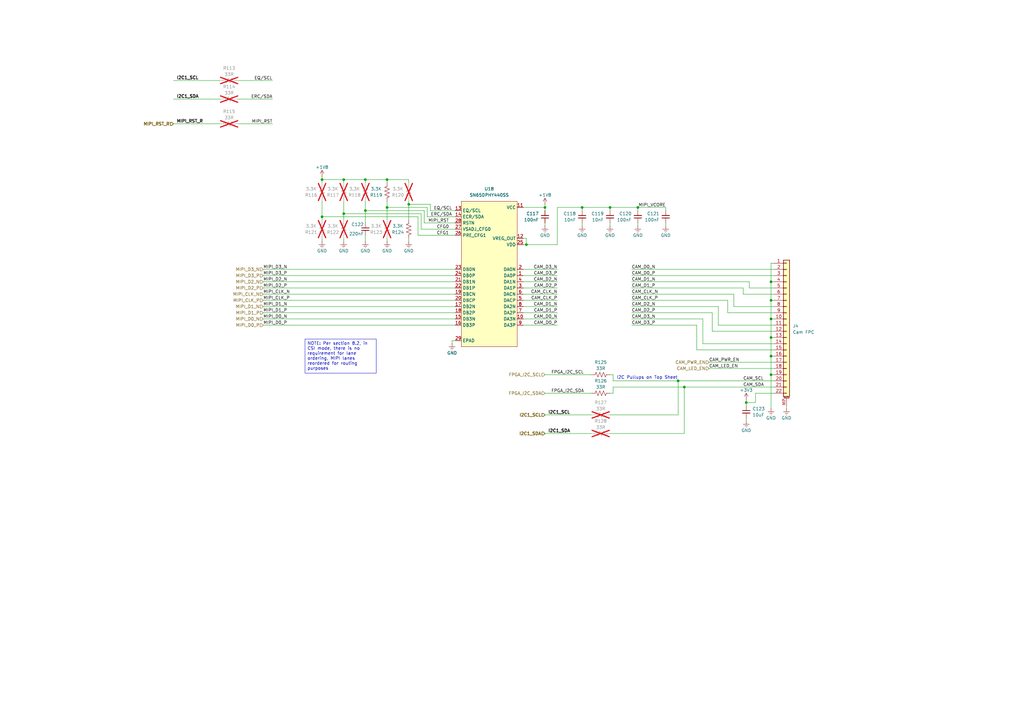
<source format=kicad_sch>
(kicad_sch (version 20231120) (generator "eeschema") (generator_version "8.0")
  (paper "A3")
  (title_block (title "Camera FPC Connector") (date "2024-10-14") (rev "2.0") (company "Drexel University") (comment 1 "Designed by John Hofmeyr"))
  (lib_symbols
    (symbol "Connector_Generic_MountingPin:Conn_01x22_MountingPin" (pin_names (offset 1.016) hide)
      (property "Reference" "J" (at 0 27.94 0))
      (property "Value" "Conn_01x22_MountingPin" (at 1.27 -30.48 0))
      (symbol "Conn_01x22_MountingPin_1_1"
        (rectangle (start -1.27 -27.813) (end 0 -28.067) (stroke (width 0.1524)))
        (rectangle (start -1.27 -25.273) (end 0 -25.527) (stroke (width 0.1524)))
        (rectangle (start -1.27 -22.733) (end 0 -22.987) (stroke (width 0.1524)))
        (rectangle (start -1.27 -20.193) (end 0 -20.447) (stroke (width 0.1524)))
        (rectangle (start -1.27 -17.653) (end 0 -17.907) (stroke (width 0.1524)))
        (rectangle (start -1.27 -15.113) (end 0 -15.367) (stroke (width 0.1524)))
        (rectangle (start -1.27 -12.573) (end 0 -12.827) (stroke (width 0.1524)))
        (rectangle (start -1.27 -10.033) (end 0 -10.287) (stroke (width 0.1524)))
        (rectangle (start -1.27 -7.493) (end 0 -7.747) (stroke (width 0.1524)))
        (rectangle (start -1.27 -4.953) (end 0 -5.207) (stroke (width 0.1524)))
        (rectangle (start -1.27 -2.413) (end 0 -2.667) (stroke (width 0.1524)))
        (rectangle (start -1.27 0.127) (end 0 -0.127) (stroke (width 0.1524)))
        (rectangle (start -1.27 2.667) (end 0 2.413) (stroke (width 0.1524)))
        (rectangle (start -1.27 5.207) (end 0 4.953) (stroke (width 0.1524)))
        (rectangle (start -1.27 7.747) (end 0 7.493) (stroke (width 0.1524)))
        (rectangle (start -1.27 10.287) (end 0 10.033) (stroke (width 0.1524)))
        (rectangle (start -1.27 12.827) (end 0 12.573) (stroke (width 0.1524)))
        (rectangle (start -1.27 15.367) (end 0 15.113) (stroke (width 0.1524)))
        (rectangle (start -1.27 17.907) (end 0 17.653) (stroke (width 0.1524)))
        (rectangle (start -1.27 20.447) (end 0 20.193) (stroke (width 0.1524)))
        (rectangle (start -1.27 22.987) (end 0 22.733) (stroke (width 0.1524)))
        (rectangle (start -1.27 25.527) (end 0 25.273) (stroke (width 0.1524)))
        (rectangle (start -1.27 26.67) (end 1.27 -29.21) (stroke (width 0.254)) (fill (type background)))
        (polyline (pts (xy -1.016 -29.972) (xy 1.016 -29.972)) (stroke (width 0.1524)))
        (text "Mounting" (at 0 -29.591 0) (effects (font (size 0.381 0.381))))
        (pin passive line (at -5.08 25.4 0) (length 3.81) (name "Pin_1") (number "1"))
        (pin passive line (at -5.08 2.54 0) (length 3.81) (name "Pin_10") (number "10"))
        (pin passive line (at -5.08 0 0) (length 3.81) (name "Pin_11") (number "11"))
        (pin passive line (at -5.08 -2.54 0) (length 3.81) (name "Pin_12") (number "12"))
        (pin passive line (at -5.08 -5.08 0) (length 3.81) (name "Pin_13") (number "13"))
        (pin passive line (at -5.08 -7.62 0) (length 3.81) (name "Pin_14") (number "14"))
        (pin passive line (at -5.08 -10.16 0) (length 3.81) (name "Pin_15") (number "15"))
        (pin passive line (at -5.08 -12.7 0) (length 3.81) (name "Pin_16") (number "16"))
        (pin passive line (at -5.08 -15.24 0) (length 3.81) (name "Pin_17") (number "17"))
        (pin passive line (at -5.08 -17.78 0) (length 3.81) (name "Pin_18") (number "18"))
        (pin passive line (at -5.08 -20.32 0) (length 3.81) (name "Pin_19") (number "19"))
        (pin passive line (at -5.08 22.86 0) (length 3.81) (name "Pin_2") (number "2"))
        (pin passive line (at -5.08 -22.86 0) (length 3.81) (name "Pin_20") (number "20"))
        (pin passive line (at -5.08 -25.4 0) (length 3.81) (name "Pin_21") (number "21"))
        (pin passive line (at -5.08 -27.94 0) (length 3.81) (name "Pin_22") (number "22"))
        (pin passive line (at -5.08 20.32 0) (length 3.81) (name "Pin_3") (number "3"))
        (pin passive line (at -5.08 17.78 0) (length 3.81) (name "Pin_4") (number "4"))
        (pin passive line (at -5.08 15.24 0) (length 3.81) (name "Pin_5") (number "5"))
        (pin passive line (at -5.08 12.7 0) (length 3.81) (name "Pin_6") (number "6"))
        (pin passive line (at -5.08 10.16 0) (length 3.81) (name "Pin_7") (number "7"))
        (pin passive line (at -5.08 7.62 0) (length 3.81) (name "Pin_8") (number "8"))
        (pin passive line (at -5.08 5.08 0) (length 3.81) (name "Pin_9") (number "9"))
        (pin passive line (at 0 -33.02 90) (length 3.048) (name "MountPin") (number "MP"))
      )
    )
    (symbol "Device:C_Small" (pin_numbers hide) (pin_names (offset 0.254) hide)
      (property "Reference" "C" (at 0.254 1.778 0))
      (property "Value" "C_Small" (at 0.254 -2.032 0))
      (symbol "C_Small_0_1"
        (polyline (pts (xy -1.524 -0.508) (xy 1.524 -0.508)) (stroke (width 0.3302)))
        (polyline (pts (xy -1.524 0.508) (xy 1.524 0.508)) (stroke (width 0.3048)))
      )
      (symbol "C_Small_1_1"
        (pin passive line (at 0 2.54 270) (length 2.032) (name "~") (number "1"))
        (pin passive line (at 0 -2.54 90) (length 2.032) (name "~") (number "2"))
      )
    )
    (symbol "Device:R_US" (pin_numbers hide) (pin_names (offset 0))
      (property "Reference" "R" (at 2.54 0 90))
      (property "Value" "R_US" (at -2.54 0 90))
      (symbol "R_US_0_1"
        (polyline (pts (xy 0 -2.286) (xy 0 -2.54)))
        (polyline (pts (xy 0 2.286) (xy 0 2.54)))
        (polyline (pts (xy 0 -0.762) (xy 1.016 -1.143) (xy 0 -1.524) (xy -1.016 -1.905) (xy 0 -2.286)))
        (polyline (pts (xy 0 0.762) (xy 1.016 0.381) (xy 0 0) (xy -1.016 -0.381) (xy 0 -0.762)))
        (polyline (pts (xy 0 2.286) (xy 1.016 1.905) (xy 0 1.524) (xy -1.016 1.143) (xy 0 0.762)))
      )
      (symbol "R_US_1_1"
        (pin passive line (at 0 3.81 270) (length 1.27) (name "~") (number "1"))
        (pin passive line (at 0 -3.81 90) (length 1.27) (name "~") (number "2"))
      )
    )
    (symbol "IO_Module:SN65DPHY440SS"
      (property "Reference" "U" (at 11.43 31.75 0))
      (property "Value" "SN65DPHY440SS" (at 11.43 29.21 0))
      (symbol "SN65DPHY440SS_1_1"
        (rectangle (start 0 27.94) (end 22.86 -31.75) (fill (type background)))
        (pin passive line (at -2.54 -2.54 0) (length 2.54) (name "DA0P") (number "1"))
        (pin passive line (at -2.54 -20.32 0) (length 2.54) (name "DA3N") (number "10"))
        (pin passive line (at -2.54 25.4 0) (length 2.54) (name "VCC") (number "11"))
        (pin passive line (at -2.54 12.7 0) (length 2.54) (name "VREG_OUT") (number "12"))
        (pin passive line (at 25.4 24.13 180) (length 2.54) (name "EQ/SCL") (number "13"))
        (pin passive line (at 25.4 21.59 180) (length 2.54) (name "ECR/SDA") (number "14"))
        (pin passive line (at 25.4 -20.32 180) (length 2.54) (name "DB3N") (number "15"))
        (pin passive line (at 25.4 -22.86 180) (length 2.54) (name "DB3P") (number "16"))
        (pin passive line (at 25.4 -15.24 180) (length 2.54) (name "DB2N") (number "17"))
        (pin passive line (at 25.4 -17.78 180) (length 2.54) (name "DB2P") (number "18"))
        (pin passive line (at 25.4 -10.16 180) (length 2.54) (name "DBCN") (number "19"))
        (pin passive line (at -2.54 0 0) (length 2.54) (name "DA0N") (number "2"))
        (pin passive line (at 25.4 -12.7 180) (length 2.54) (name "DBCP") (number "20"))
        (pin passive line (at 25.4 -5.08 180) (length 2.54) (name "DB1N") (number "21"))
        (pin passive line (at 25.4 -7.62 180) (length 2.54) (name "DB1P") (number "22"))
        (pin passive line (at 25.4 0 180) (length 2.54) (name "DB0N") (number "23"))
        (pin passive line (at 25.4 -2.54 180) (length 2.54) (name "DB0P") (number "24"))
        (pin passive line (at -2.54 10.16 0) (length 2.54) (name "VDD") (number "25"))
        (pin passive line (at 25.4 13.97 180) (length 2.54) (name "PRE_CFG1") (number "26"))
        (pin passive line (at 25.4 16.51 180) (length 2.54) (name "VSADJ_CFG0") (number "27"))
        (pin passive line (at 25.4 19.05 180) (length 2.54) (name "RSTN") (number "28"))
        (pin passive line (at 25.4 -29.21 180) (length 2.54) (name "EPAD") (number "29"))
        (pin passive line (at -2.54 -7.62 0) (length 2.54) (name "DA1P") (number "3"))
        (pin passive line (at -2.54 -5.08 0) (length 2.54) (name "DA1N") (number "4"))
        (pin passive line (at -2.54 -12.7 0) (length 2.54) (name "DACP") (number "5"))
        (pin passive line (at -2.54 -10.16 0) (length 2.54) (name "DACN") (number "6"))
        (pin passive line (at -2.54 -17.78 0) (length 2.54) (name "DA2P") (number "7"))
        (pin passive line (at -2.54 -15.24 0) (length 2.54) (name "DA2N") (number "8"))
        (pin passive line (at -2.54 -22.86 0) (length 2.54) (name "DA3P") (number "9"))
      )
    )
    (symbol "power:+1V8" (power) (pin_numbers hide) (pin_names (offset 0) hide)
      (property "Value" "+1V8" (at 0 3.556 0))
      (symbol "+1V8_0_1"
        (polyline (pts (xy -0.762 1.27) (xy 0 2.54)))
        (polyline (pts (xy 0 0) (xy 0 2.54)))
        (polyline (pts (xy 0 2.54) (xy 0.762 1.27)))
      )
      (symbol "+1V8_1_1"
        (pin power_in line (at 0 0 90) (length 0) (name "~") (number "1"))
      )
    )
    (symbol "power:+3V3" (power) (pin_numbers hide) (pin_names (offset 0) hide)
      (property "Value" "+3V3" (at 0 3.556 0))
      (symbol "+3V3_0_1"
        (polyline (pts (xy -0.762 1.27) (xy 0 2.54)))
        (polyline (pts (xy 0 0) (xy 0 2.54)))
        (polyline (pts (xy 0 2.54) (xy 0.762 1.27)))
      )
      (symbol "+3V3_1_1"
        (pin power_in line (at 0 0 90) (length 0) (name "~") (number "1"))
      )
    )
    (symbol "power:GND" (power) (pin_numbers hide) (pin_names (offset 0) hide)
      (property "Value" "GND" (at 0 -3.81 0))
      (symbol "GND_0_1"
        (polyline (pts (xy -0.635 -1.905) (xy 0.635 -1.905)))
        (polyline (pts (xy -0.127 -2.54) (xy 0.127 -2.54)))
        (polyline (pts (xy 0 -1.27) (xy 0 0)))
        (polyline (pts (xy 1.27 -1.27) (xy -1.27 -1.27)))
      )
      (symbol "GND_1_1"
        (pin power_in line (at 0 0 270) (length 0) (name "~") (number "1"))
      )
    )
  )
  (junction (at 238.76 85.09))
  (junction (at 223.52 85.09))
  (junction (at 316.23 130.81))
  (junction (at 132.08 88.9))
  (junction (at 140.97 87.63))
  (junction (at 316.23 138.43))
  (junction (at 140.97 73.66))
  (junction (at 316.23 153.67))
  (junction (at 316.23 146.05))
  (junction (at 316.23 123.19))
  (junction (at 149.86 86.36))
  (junction (at 158.75 85.09))
  (junction (at 250.19 85.09))
  (junction (at 132.08 73.66))
  (junction (at 167.64 83.82))
  (junction (at 261.62 85.09))
  (junction (at 158.75 73.66))
  (junction (at 306.07 165.1))
  (junction (at 280.67 158.75))
  (junction (at 215.9 100.33))
  (junction (at 316.23 115.57))
  (junction (at 149.86 73.66))
  (junction (at 278.13 156.21))
  (wire (pts (xy 107.95 115.57) (xy 186.69 115.57)))
  (wire (pts (xy 223.52 170.18) (xy 242.57 170.18)))
  (wire (pts (xy 158.75 73.66) (xy 158.75 74.93)))
  (wire (pts (xy 149.86 73.66) (xy 149.86 74.93)))
  (wire (pts (xy 316.23 123.19) (xy 317.5 123.19)))
  (wire (pts (xy 259.08 125.73) (xy 294.64 125.73)))
  (wire (pts (xy 317.5 140.97) (xy 288.29 140.97)))
  (wire (pts (xy 223.52 177.8) (xy 242.57 177.8)))
  (wire (pts (xy 290.83 148.59) (xy 317.5 148.59)))
  (wire (pts (xy 261.62 85.09) (xy 261.62 86.36)))
  (wire (pts (xy 316.23 107.95) (xy 316.23 115.57)))
  (wire (pts (xy 175.26 88.9) (xy 175.26 85.09)))
  (wire (pts (xy 140.97 73.66) (xy 140.97 74.93)))
  (wire (pts (xy 214.63 118.11) (xy 228.6 118.11)))
  (wire (pts (xy 149.86 86.36) (xy 149.86 91.44)))
  (wire (pts (xy 273.05 85.09) (xy 273.05 86.36)))
  (wire (pts (xy 259.08 120.65) (xy 300.99 120.65)))
  (wire (pts (xy 316.23 130.81) (xy 316.23 138.43)))
  (wire (pts (xy 309.88 161.29) (xy 317.5 161.29)))
  (wire (pts (xy 167.64 73.66) (xy 167.64 74.93)))
  (wire (pts (xy 292.1 128.27) (xy 292.1 135.89)))
  (wire (pts (xy 307.34 118.11) (xy 317.5 118.11)))
  (wire (pts (xy 107.95 123.19) (xy 186.69 123.19)))
  (wire (pts (xy 285.75 133.35) (xy 285.75 143.51)))
  (wire (pts (xy 261.62 85.09) (xy 250.19 85.09)))
  (wire (pts (xy 259.08 123.19) (xy 298.45 123.19)))
  (wire (pts (xy 280.67 158.75) (xy 317.5 158.75)))
  (wire (pts (xy 214.63 128.27) (xy 228.6 128.27)))
  (wire (pts (xy 149.86 96.52) (xy 149.86 99.06)))
  (wire (pts (xy 175.26 85.09) (xy 158.75 85.09)))
  (wire (pts (xy 167.64 73.66) (xy 158.75 73.66)))
  (wire (pts (xy 132.08 73.66) (xy 132.08 74.93)))
  (wire (pts (xy 285.75 143.51) (xy 317.5 143.51)))
  (wire (pts (xy 251.46 156.21) (xy 278.13 156.21)))
  (wire (pts (xy 280.67 177.8) (xy 280.67 158.75)))
  (wire (pts (xy 215.9 100.33) (xy 214.63 100.33)))
  (wire (pts (xy 223.52 83.82) (xy 223.52 85.09)))
  (wire (pts (xy 107.95 133.35) (xy 186.69 133.35)))
  (wire (pts (xy 316.23 146.05) (xy 316.23 153.67)))
  (wire (pts (xy 317.5 107.95) (xy 316.23 107.95)))
  (wire (pts (xy 259.08 130.81) (xy 288.29 130.81)))
  (wire (pts (xy 214.63 110.49) (xy 228.6 110.49)))
  (wire (pts (xy 250.19 153.67) (xy 251.46 153.67)))
  (wire (pts (xy 176.53 86.36) (xy 186.69 86.36)))
  (wire (pts (xy 259.08 133.35) (xy 285.75 133.35)))
  (wire (pts (xy 316.23 123.19) (xy 316.23 130.81)))
  (wire (pts (xy 97.79 50.8) (xy 111.76 50.8)))
  (wire (pts (xy 214.63 130.81) (xy 228.6 130.81)))
  (wire (pts (xy 251.46 153.67) (xy 251.46 156.21)))
  (wire (pts (xy 97.79 33.02) (xy 111.76 33.02)))
  (wire (pts (xy 251.46 161.29) (xy 251.46 158.75)))
  (wire (pts (xy 186.69 91.44) (xy 173.99 91.44)))
  (wire (pts (xy 278.13 156.21) (xy 317.5 156.21)))
  (wire (pts (xy 107.95 120.65) (xy 186.69 120.65)))
  (wire (pts (xy 158.75 82.55) (xy 158.75 85.09)))
  (wire (pts (xy 250.19 85.09) (xy 250.19 86.36)))
  (wire (pts (xy 273.05 91.44) (xy 273.05 92.71)))
  (wire (pts (xy 316.23 130.81) (xy 317.5 130.81)))
  (wire (pts (xy 322.58 166.37) (xy 322.58 167.64)))
  (wire (pts (xy 259.08 110.49) (xy 317.5 110.49)))
  (wire (pts (xy 238.76 85.09) (xy 238.76 86.36)))
  (wire (pts (xy 298.45 123.19) (xy 298.45 128.27)))
  (wire (pts (xy 250.19 177.8) (xy 280.67 177.8)))
  (wire (pts (xy 214.63 113.03) (xy 228.6 113.03)))
  (wire (pts (xy 176.53 86.36) (xy 176.53 83.82)))
  (wire (pts (xy 238.76 91.44) (xy 238.76 92.71)))
  (wire (pts (xy 316.23 153.67) (xy 317.5 153.67)))
  (wire (pts (xy 172.72 87.63) (xy 140.97 87.63)))
  (wire (pts (xy 97.79 40.64) (xy 111.76 40.64)))
  (wire (pts (xy 259.08 128.27) (xy 292.1 128.27)))
  (wire (pts (xy 140.97 73.66) (xy 132.08 73.66)))
  (wire (pts (xy 228.6 100.33) (xy 215.9 100.33)))
  (wire (pts (xy 228.6 85.09) (xy 228.6 100.33)))
  (wire (pts (xy 140.97 87.63) (xy 140.97 90.17)))
  (wire (pts (xy 278.13 170.18) (xy 278.13 156.21)))
  (wire (pts (xy 167.64 82.55) (xy 167.64 83.82)))
  (wire (pts (xy 158.75 97.79) (xy 158.75 99.06)))
  (wire (pts (xy 214.63 97.79) (xy 215.9 97.79)))
  (wire (pts (xy 71.12 33.02) (xy 90.17 33.02)))
  (wire (pts (xy 107.95 110.49) (xy 186.69 110.49)))
  (wire (pts (xy 300.99 125.73) (xy 317.5 125.73)))
  (wire (pts (xy 288.29 140.97) (xy 288.29 130.81)))
  (wire (pts (xy 251.46 158.75) (xy 280.67 158.75)))
  (wire (pts (xy 306.07 171.45) (xy 306.07 172.72)))
  (wire (pts (xy 186.69 96.52) (xy 171.45 96.52)))
  (wire (pts (xy 214.63 85.09) (xy 223.52 85.09)))
  (wire (pts (xy 171.45 96.52) (xy 171.45 88.9)))
  (wire (pts (xy 107.95 125.73) (xy 186.69 125.73)))
  (wire (pts (xy 316.23 138.43) (xy 316.23 146.05)))
  (wire (pts (xy 215.9 97.79) (xy 215.9 100.33)))
  (wire (pts (xy 294.64 133.35) (xy 317.5 133.35)))
  (wire (pts (xy 149.86 73.66) (xy 140.97 73.66)))
  (wire (pts (xy 316.23 115.57) (xy 317.5 115.57)))
  (wire (pts (xy 171.45 88.9) (xy 132.08 88.9)))
  (wire (pts (xy 214.63 123.19) (xy 228.6 123.19)))
  (wire (pts (xy 307.34 115.57) (xy 307.34 118.11)))
  (wire (pts (xy 316.23 153.67) (xy 316.23 167.64)))
  (wire (pts (xy 306.07 163.83) (xy 306.07 165.1)))
  (wire (pts (xy 273.05 85.09) (xy 261.62 85.09)))
  (wire (pts (xy 132.08 72.39) (xy 132.08 73.66)))
  (wire (pts (xy 300.99 120.65) (xy 300.99 125.73)))
  (wire (pts (xy 223.52 153.67) (xy 242.57 153.67)))
  (wire (pts (xy 304.8 118.11) (xy 304.8 120.65)))
  (wire (pts (xy 292.1 135.89) (xy 317.5 135.89)))
  (wire (pts (xy 175.26 88.9) (xy 186.69 88.9)))
  (wire (pts (xy 132.08 97.79) (xy 132.08 99.06)))
  (wire (pts (xy 186.69 139.7) (xy 185.42 139.7)))
  (wire (pts (xy 316.23 146.05) (xy 317.5 146.05)))
  (wire (pts (xy 309.88 161.29) (xy 309.88 165.1)))
  (wire (pts (xy 107.95 113.03) (xy 186.69 113.03)))
  (wire (pts (xy 71.12 40.64) (xy 90.17 40.64)))
  (wire (pts (xy 185.42 139.7) (xy 185.42 140.97)))
  (wire (pts (xy 132.08 88.9) (xy 132.08 90.17)))
  (wire (pts (xy 173.99 86.36) (xy 149.86 86.36)))
  (wire (pts (xy 294.64 125.73) (xy 294.64 133.35)))
  (wire (pts (xy 250.19 85.09) (xy 238.76 85.09)))
  (wire (pts (xy 261.62 91.44) (xy 261.62 92.71)))
  (wire (pts (xy 107.95 118.11) (xy 186.69 118.11)))
  (wire (pts (xy 306.07 165.1) (xy 306.07 166.37)))
  (wire (pts (xy 140.97 82.55) (xy 140.97 87.63)))
  (wire (pts (xy 259.08 115.57) (xy 307.34 115.57)))
  (wire (pts (xy 176.53 83.82) (xy 167.64 83.82)))
  (wire (pts (xy 290.83 151.13) (xy 317.5 151.13)))
  (wire (pts (xy 309.88 165.1) (xy 306.07 165.1)))
  (wire (pts (xy 316.23 138.43) (xy 317.5 138.43)))
  (wire (pts (xy 298.45 128.27) (xy 317.5 128.27)))
  (wire (pts (xy 214.63 125.73) (xy 228.6 125.73)))
  (wire (pts (xy 223.52 85.09) (xy 223.52 86.36)))
  (wire (pts (xy 158.75 73.66) (xy 149.86 73.66)))
  (wire (pts (xy 223.52 91.44) (xy 223.52 92.71)))
  (wire (pts (xy 173.99 91.44) (xy 173.99 86.36)))
  (wire (pts (xy 250.19 170.18) (xy 278.13 170.18)))
  (wire (pts (xy 250.19 161.29) (xy 251.46 161.29)))
  (wire (pts (xy 250.19 91.44) (xy 250.19 92.71)))
  (wire (pts (xy 107.95 128.27) (xy 186.69 128.27)))
  (wire (pts (xy 158.75 85.09) (xy 158.75 90.17)))
  (wire (pts (xy 172.72 93.98) (xy 172.72 87.63)))
  (wire (pts (xy 316.23 115.57) (xy 316.23 123.19)))
  (wire (pts (xy 149.86 82.55) (xy 149.86 86.36)))
  (wire (pts (xy 107.95 130.81) (xy 186.69 130.81)))
  (wire (pts (xy 132.08 82.55) (xy 132.08 88.9)))
  (wire (pts (xy 186.69 93.98) (xy 172.72 93.98)))
  (wire (pts (xy 259.08 113.03) (xy 317.5 113.03)))
  (wire (pts (xy 214.63 120.65) (xy 228.6 120.65)))
  (wire (pts (xy 214.63 115.57) (xy 228.6 115.57)))
  (wire (pts (xy 71.12 50.8) (xy 90.17 50.8)))
  (wire (pts (xy 167.64 83.82) (xy 167.64 90.17)))
  (wire (pts (xy 238.76 85.09) (xy 228.6 85.09)))
  (wire (pts (xy 223.52 161.29) (xy 242.57 161.29)))
  (wire (pts (xy 140.97 97.79) (xy 140.97 99.06)))
  (wire (pts (xy 214.63 133.35) (xy 228.6 133.35)))
  (wire (pts (xy 304.8 120.65) (xy 317.5 120.65)))
  (wire (pts (xy 167.64 97.79) (xy 167.64 99.06)))
  (wire (pts (xy 259.08 118.11) (xy 304.8 118.11)))
  (text_box "NOTE: Per section 8.2, in CSI mode, there is no requirement for lane ordering, MIPI lanes reordered for routing purposes" (at 125.095 139.065 0) (size 29.21 13.97) (effects (font (size 1.27 1.27)) (justify left top)))
  (text "I2C Pullups on Top Sheet" (at 265.43 154.94 0) (effects (font (size 1.27 1.27))))
  (label "CAM_D0_N" (at 259.08 110.49 0))
  (label "CFG1" (at 184.15 96.52 180))
  (label "CAM_SDA" (at 304.8 158.75 0))
  (label "CAM_D2_N" (at 228.6 115.57 180))
  (label "FPGA_I2C_SCL" (at 226.06 153.67 0))
  (label "MIPI_D3_P" (at 107.95 113.03 0))
  (label "I2C1_SDA" (at 224.79 177.8 0) (effects (font (bold yes))))
  (label "MIPI_VCORE" (at 273.05 85.09 180))
  (label "CAM_CLK_P" (at 259.08 123.19 0))
  (label "MIPI_RST_R" (at 72.39 50.8 0) (effects (font (bold yes))))
  (label "MIPI_RST" (at 184.15 91.44 180))
  (label "CAM_D1_P" (at 228.6 128.27 180))
  (label "MIPI_D0_N" (at 107.95 130.81 0))
  (label "CAM_CLK_N" (at 259.08 120.65 0))
  (label "ERC{slash}SDA" (at 111.76 40.64 180))
  (label "CAM_D3_P" (at 228.6 113.03 180))
  (label "I2C1_SCL" (at 224.79 170.18 0) (effects (font (bold yes))))
  (label "CAM_D1_P" (at 259.08 118.11 0))
  (label "EQ{slash}SCL" (at 111.76 33.02 180))
  (label "CAM_CLK_N" (at 228.6 120.65 180))
  (label "CAM_D3_P" (at 259.08 133.35 0))
  (label "CAM_CLK_P" (at 228.6 123.19 180))
  (label "CAM_SCL" (at 304.8 156.21 0))
  (label "MIPI_D2_P" (at 107.95 118.11 0))
  (label "MIPI_RST" (at 111.76 50.8 180))
  (label "CAM_PWR_EN" (at 290.83 148.59 0))
  (label "CAM_D0_P" (at 228.6 133.35 180))
  (label "CAM_D3_N" (at 259.08 130.81 0))
  (label "CAM_D0_N" (at 228.6 130.81 180))
  (label "CAM_D1_N" (at 228.6 125.73 180))
  (label "CFG0" (at 184.15 93.98 180))
  (label "CAM_D1_N" (at 259.08 115.57 0))
  (label "MIPI_D1_P" (at 107.95 128.27 0))
  (label "MIPI_CLK_N" (at 107.95 120.65 0))
  (label "MIPI_D3_N" (at 107.95 110.49 0))
  (label "MIPI_CLK_P" (at 107.95 123.19 0))
  (label "CAM_LED_EN" (at 290.83 151.13 0))
  (label "CAM_D2_N" (at 259.08 125.73 0))
  (label "MIPI_D0_P" (at 107.95 133.35 0))
  (label "CAM_D2_P" (at 259.08 128.27 0))
  (label "CAM_D3_N" (at 228.6 110.49 180))
  (label "I2C1_SCL" (at 72.39 33.02 0) (effects (font (bold yes))))
  (label "MIPI_D2_N" (at 107.95 115.57 0))
  (label "FPGA_I2C_SDA" (at 226.06 161.29 0))
  (label "I2C1_SDA" (at 72.39 40.64 0) (effects (font (bold yes))))
  (label "CAM_D2_P" (at 228.6 118.11 180))
  (label "MIPI_D1_N" (at 107.95 125.73 0))
  (label "ERC{slash}SDA" (at 185.42 88.9 180))
  (label "EQ{slash}SCL" (at 185.42 86.36 180))
  (label "CAM_D0_P" (at 259.08 113.03 0))
  (hierarchical_label "MIPI_D1_P" (shape input) (at 107.95 128.27 180))
  (hierarchical_label "MIPI_D1_N" (shape input) (at 107.95 125.73 180))
  (hierarchical_label "MIPI_D0_P" (shape input) (at 107.95 133.35 180))
  (hierarchical_label "CAM_LED_EN" (shape input) (at 290.83 151.13 180))
  (hierarchical_label "I2C1_SDA" (shape input) (at 223.52 177.8 180) (effects (font (bold yes))))
  (hierarchical_label "MIPI_D2_N" (shape input) (at 107.95 115.57 180))
  (hierarchical_label "MIPI_RST_R" (shape input) (at 71.12 50.8 180) (effects (font (bold yes))))
  (hierarchical_label "I2C1_SCL" (shape input) (at 223.52 170.18 180) (effects (font (bold yes))))
  (hierarchical_label "MIPI_D3_P" (shape input) (at 107.95 113.03 180))
  (hierarchical_label "MIPI_CLK_P" (shape input) (at 107.95 123.19 180))
  (hierarchical_label "MIPI_D0_N" (shape input) (at 107.95 130.81 180))
  (hierarchical_label "FPGA_I2C_SDA" (shape input) (at 223.52 161.29 180))
  (hierarchical_label "CAM_PWR_EN" (shape input) (at 290.83 148.59 180))
  (hierarchical_label "MIPI_CLK_N" (shape input) (at 107.95 120.65 180))
  (hierarchical_label "MIPI_D2_P" (shape input) (at 107.95 118.11 180))
  (hierarchical_label "FPGA_I2C_SCL" (shape input) (at 223.52 153.67 180))
  (hierarchical_label "MIPI_D3_N" (shape input) (at 107.95 110.49 180))
  (symbol (lib_id "Device:R_US") (at 158.75 93.98 0) (mirror x) (unit 1) (dnp yes)
    (property "Reference" "R123" (at 154.305 95.25 0))
    (property "Value" "3.3K" (at 154.305 92.71 0))
    (property "Footprint" "Resistor_SMD:R_0201_0603Metric" (effects (hide yes)))
    (property "Description" "Resistor, US symbol" (effects (hide yes)))
  )
  (symbol (lib_id "Device:R_US") (at 149.86 78.74 0) (mirror x) (unit 1) (dnp yes)
    (property "Reference" "R118" (at 145.415 80.01 0))
    (property "Value" "3.3K" (at 145.415 77.47 0))
    (property "Footprint" "Resistor_SMD:R_0201_0603Metric" (effects (hide yes)))
    (property "Description" "Resistor, US symbol" (effects (hide yes)))
  )
  (symbol (lib_id "power:+3V3") (at 306.07 163.83 0) (unit 1)
    (property "Reference" "#PWR0262" (effects (hide yes)))
    (property "Value" "+3V3" (at 306.07 160.02 0))
    (property "Description" "Power symbol creates a global label with name \"+3V3\"" (effects (hide yes)))
  )
  (symbol (lib_id "Device:R_US") (at 246.38 177.8 270) (unit 1) (dnp yes)
    (property "Reference" "R128" (at 246.38 172.72 90))
    (property "Value" "33R" (at 246.38 175.26 90))
    (property "Footprint" "Resistor_SMD:R_0201_0603Metric" (effects (hide yes)))
    (property "Description" "Resistor, US symbol" (effects (hide yes)))
  )
  (symbol (lib_id "Device:C_Small") (at 250.19 88.9 0) (mirror y) (unit 1)
    (property "Reference" "C119" (at 247.65 87.6362 0) (effects (justify left)))
    (property "Value" "10nF" (at 247.65 90.1762 0) (effects (justify left)))
    (property "Footprint" "Capacitor_SMD:C_0201_0603Metric" (effects (hide yes)))
    (property "Description" "Unpolarized capacitor, small symbol" (effects (hide yes)))
  )
  (symbol (lib_id "Device:R_US") (at 158.75 78.74 0) (mirror x) (unit 1)
    (property "Reference" "R119" (at 154.305 80.01 0))
    (property "Value" "3.3K" (at 154.305 77.47 0))
    (property "Footprint" "Resistor_SMD:R_0201_0603Metric" (effects (hide yes)))
    (property "Description" "Resistor, US symbol" (effects (hide yes)))
  )
  (symbol (lib_id "Device:R_US") (at 246.38 153.67 270) (unit 1)
    (property "Reference" "R125" (at 246.38 148.59 90))
    (property "Value" "33R" (at 246.38 151.13 90))
    (property "Footprint" "Resistor_SMD:R_0201_0603Metric" (effects (hide yes)))
    (property "Description" "Resistor, US symbol" (effects (hide yes)))
  )
  (symbol (lib_id "Device:R_US") (at 246.38 161.29 270) (unit 1)
    (property "Reference" "R126" (at 246.38 156.21 90))
    (property "Value" "33R" (at 246.38 158.75 90))
    (property "Footprint" "Resistor_SMD:R_0201_0603Metric" (effects (hide yes)))
    (property "Description" "Resistor, US symbol" (effects (hide yes)))
  )
  (symbol (lib_id "Device:R_US") (at 93.98 40.64 270) (unit 1) (dnp yes)
    (property "Reference" "R114" (at 93.98 35.56 90))
    (property "Value" "33R" (at 93.98 38.1 90))
    (property "Footprint" "Resistor_SMD:R_0201_0603Metric" (effects (hide yes)))
    (property "Description" "Resistor, US symbol" (effects (hide yes)))
  )
  (symbol (lib_id "power:GND") (at 132.08 99.06 0) (mirror y) (unit 1)
    (property "Reference" "#PWR0256" (effects (hide yes)))
    (property "Value" "GND" (at 132.08 102.87 0))
    (property "Description" "Power symbol creates a global label with name \"GND\" , ground" (effects (hide yes)))
  )
  (symbol (lib_id "Device:C_Small") (at 238.76 88.9 0) (mirror y) (unit 1)
    (property "Reference" "C118" (at 236.22 87.6362 0) (effects (justify left)))
    (property "Value" "10nF" (at 236.22 90.1762 0) (effects (justify left)))
    (property "Footprint" "Capacitor_SMD:C_0201_0603Metric" (effects (hide yes)))
    (property "Description" "Unpolarized capacitor, small symbol" (effects (hide yes)))
  )
  (symbol (lib_id "Device:R_US") (at 132.08 93.98 0) (mirror x) (unit 1) (dnp yes)
    (property "Reference" "R121" (at 127.635 95.25 0))
    (property "Value" "3.3K" (at 127.635 92.71 0))
    (property "Footprint" "Resistor_SMD:R_0201_0603Metric" (effects (hide yes)))
    (property "Description" "Resistor, US symbol" (effects (hide yes)))
  )
  (symbol (lib_id "power:GND") (at 140.97 99.06 0) (mirror y) (unit 1)
    (property "Reference" "#PWR0257" (effects (hide yes)))
    (property "Value" "GND" (at 140.97 102.87 0))
    (property "Description" "Power symbol creates a global label with name \"GND\" , ground" (effects (hide yes)))
  )
  (symbol (lib_id "Device:C_Small") (at 149.86 93.98 0) (mirror y) (unit 1)
    (property "Reference" "C122" (at 149.225 92.075 0) (effects (justify left)))
    (property "Value" "220nF" (at 149.225 95.885 0) (effects (justify left)))
    (property "Footprint" "Capacitor_SMD:C_0201_0603Metric" (effects (hide yes)))
    (property "Description" "Unpolarized capacitor, small symbol" (effects (hide yes)))
  )
  (symbol (lib_id "power:GND") (at 322.58 167.64 0) (unit 1)
    (property "Reference" "#PWR0264" (effects (hide yes)))
    (property "Value" "GND" (at 322.58 171.45 0))
    (property "Description" "Power symbol creates a global label with name \"GND\" , ground" (effects (hide yes)))
  )
  (symbol (lib_id "Device:R_US") (at 246.38 170.18 270) (unit 1) (dnp yes)
    (property "Reference" "R127" (at 246.38 165.1 90))
    (property "Value" "33R" (at 246.38 167.64 90))
    (property "Footprint" "Resistor_SMD:R_0201_0603Metric" (effects (hide yes)))
    (property "Description" "Resistor, US symbol" (effects (hide yes)))
  )
  (symbol (lib_id "Device:C_Small") (at 261.62 88.9 0) (mirror x) (unit 1)
    (property "Reference" "C120" (at 259.08 87.6235 0) (effects (justify right)))
    (property "Value" "100nF" (at 259.08 90.1635 0) (effects (justify right)))
    (property "Footprint" "Capacitor_SMD:C_0201_0603Metric" (effects (hide yes)))
    (property "Description" "Unpolarized capacitor, small symbol" (effects (hide yes)))
  )
  (symbol (lib_id "Device:R_US") (at 140.97 78.74 0) (mirror x) (unit 1) (dnp yes)
    (property "Reference" "R117" (at 136.525 80.01 0))
    (property "Value" "3.3K" (at 136.525 77.47 0))
    (property "Footprint" "Resistor_SMD:R_0201_0603Metric" (effects (hide yes)))
    (property "Description" "Resistor, US symbol" (effects (hide yes)))
  )
  (symbol (lib_id "power:+1V8") (at 223.52 83.82 0) (mirror y) (unit 1)
    (property "Reference" "#PWR0250" (effects (hide yes)))
    (property "Value" "+1V8" (at 223.52 80.01 0))
    (property "Description" "Power symbol creates a global label with name \"+1V8\"" (effects (hide yes)))
  )
  (symbol (lib_id "power:GND") (at 149.86 99.06 0) (mirror y) (unit 1)
    (property "Reference" "#PWR0258" (effects (hide yes)))
    (property "Value" "GND" (at 149.86 102.87 0))
    (property "Description" "Power symbol creates a global label with name \"GND\" , ground" (effects (hide yes)))
  )
  (symbol (lib_id "power:GND") (at 316.23 167.64 0) (unit 1)
    (property "Reference" "#PWR0263" (effects (hide yes)))
    (property "Value" "GND" (at 316.23 171.45 0))
    (property "Description" "Power symbol creates a global label with name \"GND\" , ground" (effects (hide yes)))
  )
  (symbol (lib_id "Device:R_US") (at 132.08 78.74 0) (mirror x) (unit 1) (dnp yes)
    (property "Reference" "R116" (at 127.635 80.01 0))
    (property "Value" "3.3K" (at 127.635 77.47 0))
    (property "Footprint" "Resistor_SMD:R_0201_0603Metric" (effects (hide yes)))
    (property "Description" "Resistor, US symbol" (effects (hide yes)))
  )
  (symbol (lib_id "power:GND") (at 223.52 92.71 0) (mirror y) (unit 1)
    (property "Reference" "#PWR0251" (effects (hide yes)))
    (property "Value" "GND" (at 223.52 96.52 0))
    (property "Description" "Power symbol creates a global label with name \"GND\" , ground" (effects (hide yes)))
  )
  (symbol (lib_id "power:+1V8") (at 132.08 72.39 0) (mirror y) (unit 1)
    (property "Reference" "#PWR0249" (effects (hide yes)))
    (property "Value" "+1V8" (at 132.08 68.58 0))
    (property "Description" "Power symbol creates a global label with name \"+1V8\"" (effects (hide yes)))
  )
  (symbol (lib_id "Device:C_Small") (at 223.52 88.9 0) (mirror x) (unit 1)
    (property "Reference" "C117" (at 220.98 87.6235 0) (effects (justify right)))
    (property "Value" "100nF" (at 220.98 90.1635 0) (effects (justify right)))
    (property "Footprint" "Capacitor_SMD:C_0201_0603Metric" (effects (hide yes)))
    (property "Description" "Unpolarized capacitor, small symbol" (effects (hide yes)))
  )
  (symbol (lib_id "power:GND") (at 273.05 92.71 0) (mirror y) (unit 1)
    (property "Reference" "#PWR0255" (effects (hide yes)))
    (property "Value" "GND" (at 273.05 96.52 0))
    (property "Description" "Power symbol creates a global label with name \"GND\" , ground" (effects (hide yes)))
  )
  (symbol (lib_id "power:GND") (at 261.62 92.71 0) (mirror y) (unit 1)
    (property "Reference" "#PWR0254" (effects (hide yes)))
    (property "Value" "GND" (at 261.62 96.52 0))
    (property "Description" "Power symbol creates a global label with name \"GND\" , ground" (effects (hide yes)))
  )
  (symbol (lib_id "power:GND") (at 185.42 140.97 0) (mirror y) (unit 1)
    (property "Reference" "#PWR0261" (effects (hide yes)))
    (property "Value" "GND" (at 185.42 144.78 0))
    (property "Description" "Power symbol creates a global label with name \"GND\" , ground" (effects (hide yes)))
  )
  (symbol (lib_id "power:GND") (at 167.64 99.06 0) (mirror y) (unit 1)
    (property "Reference" "#PWR0260" (effects (hide yes)))
    (property "Value" "GND" (at 167.64 102.87 0))
    (property "Description" "Power symbol creates a global label with name \"GND\" , ground" (effects (hide yes)))
  )
  (symbol (lib_id "Device:R_US") (at 93.98 50.8 270) (unit 1) (dnp yes)
    (property "Reference" "R115" (at 93.98 45.72 90))
    (property "Value" "33R" (at 93.98 48.26 90))
    (property "Footprint" "Resistor_SMD:R_0201_0603Metric" (effects (hide yes)))
    (property "Description" "Resistor, US symbol" (effects (hide yes)))
  )
  (symbol (lib_id "Device:R_US") (at 167.64 78.74 0) (mirror x) (unit 1) (dnp yes)
    (property "Reference" "R120" (at 163.195 80.01 0))
    (property "Value" "3.3K" (at 163.195 77.47 0))
    (property "Footprint" "Resistor_SMD:R_0201_0603Metric" (effects (hide yes)))
    (property "Description" "Resistor, US symbol" (effects (hide yes)))
  )
  (symbol (lib_id "Device:R_US") (at 167.64 93.98 0) (mirror x) (unit 1)
    (property "Reference" "R124" (at 163.195 95.25 0))
    (property "Value" "3.3K" (at 163.195 92.71 0))
    (property "Footprint" "Resistor_SMD:R_0201_0603Metric" (effects (hide yes)))
    (property "Description" "Resistor, US symbol" (effects (hide yes)))
  )
  (symbol (lib_id "Connector_Generic_MountingPin:Conn_01x22_MountingPin") (at 322.58 133.35 0) (unit 1)
    (property "Reference" "J4" (at 325.12 133.7055 0) (effects (justify left)))
    (property "Value" "Cam FPC" (at 325.12 136.2455 0) (effects (justify left)))
    (property "Footprint" "Connector_FFC-FPC:TE_2-1734839-2_1x22-1MP_P0.5mm_Horizontal" (effects (hide yes)))
    (property "Description" "Generic connectable mounting pin connector, single row, 01x22, script generated (kicad-library-utils/schlib/autogen/connector/)" (effects (hide yes)))
  )
  (symbol (lib_id "Device:R_US") (at 140.97 93.98 0) (mirror x) (unit 1) (dnp yes)
    (property "Reference" "R122" (at 136.525 95.25 0))
    (property "Value" "3.3K" (at 136.525 92.71 0))
    (property "Footprint" "Resistor_SMD:R_0201_0603Metric" (effects (hide yes)))
    (property "Description" "Resistor, US symbol" (effects (hide yes)))
  )
  (symbol (lib_id "power:GND") (at 250.19 92.71 0) (mirror y) (unit 1)
    (property "Reference" "#PWR0253" (effects (hide yes)))
    (property "Value" "GND" (at 250.19 96.52 0))
    (property "Description" "Power symbol creates a global label with name \"GND\" , ground" (effects (hide yes)))
  )
  (symbol (lib_id "Device:C_Small") (at 306.07 168.91 0) (unit 1)
    (property "Reference" "C123" (at 308.61 167.6462 0) (effects (justify left)))
    (property "Value" "10uF" (at 308.61 170.1862 0) (effects (justify left)))
    (property "Footprint" "Capacitor_SMD:C_0603_1608Metric" (effects (hide yes)))
    (property "Description" "Unpolarized capacitor, small symbol" (effects (hide yes)))
  )
  (symbol (lib_id "power:GND") (at 238.76 92.71 0) (mirror y) (unit 1)
    (property "Reference" "#PWR0252" (effects (hide yes)))
    (property "Value" "GND" (at 238.76 96.52 0))
    (property "Description" "Power symbol creates a global label with name \"GND\" , ground" (effects (hide yes)))
  )
  (symbol (lib_id "IO_Module:SN65DPHY440SS") (at 212.09 110.49 0) (mirror y) (unit 1)
    (property "Reference" "U18" (at 200.66 77.47 0))
    (property "Value" "SN65DPHY440SS" (at 200.66 80.01 0))
    (property "Footprint" "IO_Module:RHR28_TEX-L" (effects (hide yes)))
    (property "Datasheet" "https://www.ti.com/lit/ds/symlink/sn65dphy440ss.pdf?ts=1721166613911&ref_url=https%253A%252F%252Fwww.ti.com%252Fproduct%252FSN65DPHY440SS%253Fbm-verify%253DAAQAAAAJ_____0tdH57jiONAZFwhQ2jlkmc-dhQEQDX6nNd4rcX9rGlJ3KESjC84S-P1eThAugQhN06pphKZMl8mN5qKRk7VlL0ISn9LYGrqR-UTgE9ZIPm3rwL7dJ5YYC2Hndfz8uYXvyQt8mztAFLcEUvOsauBuJAW3IjupyJMTf6AICBFvEYiTglWXDtiOsEoDUJqV6994kLSRtcb8Rs6Nq1zv9iF9viZgn_nzwRblAQKVHVy9UVzkFu9366SHPnuDTvPtgxWZAbgY1vs6-LY39IedVNfxWGsvp_xgkJgLrsVmopGxUldGEEozuUJLMBVaxlYl5I" (effects (hide yes)))
  )
  (symbol (lib_id "power:GND") (at 158.75 99.06 0) (mirror y) (unit 1)
    (property "Reference" "#PWR0259" (effects (hide yes)))
    (property "Value" "GND" (at 158.75 102.87 0))
    (property "Description" "Power symbol creates a global label with name \"GND\" , ground" (effects (hide yes)))
  )
  (symbol (lib_id "Device:R_US") (at 93.98 33.02 270) (unit 1) (dnp yes)
    (property "Reference" "R113" (at 93.98 27.94 90))
    (property "Value" "33R" (at 93.98 30.48 90))
    (property "Footprint" "Resistor_SMD:R_0201_0603Metric" (effects (hide yes)))
    (property "Description" "Resistor, US symbol" (effects (hide yes)))
  )
  (symbol (lib_id "power:GND") (at 306.07 172.72 0) (unit 1)
    (property "Reference" "#PWR0265" (effects (hide yes)))
    (property "Value" "GND" (at 306.07 176.53 0))
    (property "Description" "Power symbol creates a global label with name \"GND\" , ground" (effects (hide yes)))
  )
  (symbol (lib_id "Device:C_Small") (at 273.05 88.9 0) (mirror x) (unit 1)
    (property "Reference" "C121" (at 270.51 87.6235 0) (effects (justify right)))
    (property "Value" "100nF" (at 270.51 90.1635 0) (effects (justify right)))
    (property "Footprint" "Capacitor_SMD:C_0201_0603Metric" (effects (hide yes)))
    (property "Description" "Unpolarized capacitor, small symbol" (effects (hide yes)))
  )
)
</source>
